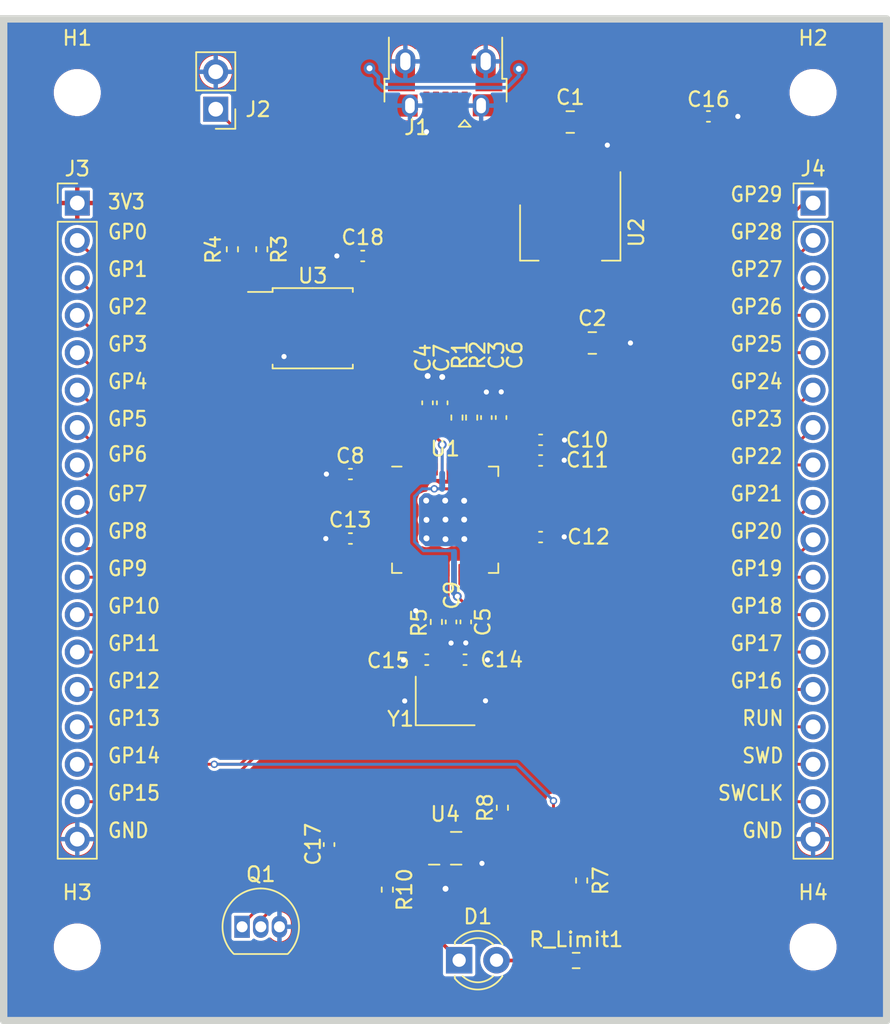
<source format=kicad_pcb>
(kicad_pcb (version 20240108) (generator "pcbnew") (generator_version "8.0")
  (layers (0 "F.Cu" signal) (31 "B.Cu" signal) (34 "B.Paste" user) (35 "F.Paste" user) (36 "B.SilkS" user "B.Silkscreen") (37 "F.SilkS" user "F.Silkscreen") (38 "B.Mask" user) (39 "F.Mask" user) (44 "Edge.Cuts" user))
  (net 0 "")
  (net 1 "VBUS")
  (net 2 "GND")
  (net 3 "+3V3")
  (net 4 "+1V1")
  (net 5 "Net-(C14-Pad1)")
  (net 6 "/XIN")
  (net 7 "/USB_D-")
  (net 8 "/USB_D+")
  (net 10 "Net-(J2-Pin_1)")
  (net 11 "/GPIO0")
  (net 12 "/GPIO1")
  (net 13 "/GPIO2")
  (net 14 "/GPIO3")
  (net 15 "/GPIO4")
  (net 16 "/GPIO5")
  (net 17 "/GPIO6")
  (net 18 "/GPIO7")
  (net 19 "/GPIO8")
  (net 20 "/GPIO9")
  (net 21 "/GPIO10")
  (net 22 "/GPIO11")
  (net 23 "/GPIO12")
  (net 24 "/GPIO13")
  (net 25 "/GPIO14")
  (net 26 "/GPIO15")
  (net 27 "/GPIO_ADC3")
  (net 28 "/GPIO_ADC2")
  (net 29 "/GPIO_ADC1")
  (net 30 "/GPIO_ADC0")
  (net 31 "/GPIO25")
  (net 32 "/GPIO24")
  (net 33 "/GPIO23")
  (net 34 "/GPIO22")
  (net 35 "/GPIO21")
  (net 36 "/GPIO20")
  (net 37 "/GPIO19")
  (net 38 "/GPIO18")
  (net 39 "/GPIO17")
  (net 40 "/GPIO16")
  (net 41 "/RUN")
  (net 42 "/SWD")
  (net 43 "/SWCLK")
  (net 44 "Net-(U1-USB_DP)")
  (net 45 "Net-(U1-USB_DM)")
  (net 46 "/QSPI_SS")
  (net 47 "/XOUT")
  (net 48 "/QSPI_SD3")
  (net 49 "/QSPI_SCLK")
  (net 50 "/QSPI_SD0")
  (net 51 "/QSPI_SD2")
  (net 52 "/QSPI_SD1")
  (net 53 "Net-(Q1-E)")
  (net 54 "Net-(Q1-B)")
  (net 55 "/LED_ALERT")
  (net 57 "Net-(D1-A)")
  (footprint "Capacitor_SMD:C_0402_1005Metric" (layer "F.Cu") (at 107.89 66.62)
    (property "Reference" "C16")
    (property "Value" "10u")
  )
  (footprint "Resistor_SMD:R_0402_1005Metric" (layer "F.Cu") (at 99.275 118.49 -90)
    (property "Reference" "R7")
    (property "Value" "10k")
  )
  (footprint "Capacitor_SMD:C_0402_1005Metric" (layer "F.Cu") (at 82.1125 116.05 -90)
    (property "Reference" "C17")
    (property "Value" "100p")
  )
  (footprint "Resistor_SMD:R_0402_1005Metric" (layer "F.Cu") (at 89.4 100.9375 -90)
    (property "Reference" "R5")
    (property "Value" "1k")
  )
  (footprint "Resistor_SMD:R_0402_1005Metric" (layer "F.Cu") (at 75.54 75.64 -90)
    (property "Reference" "R4")
    (property "Value" "1k")
  )
  (footprint "Capacitor_SMD:C_0402_1005Metric" (layer "F.Cu") (at 83.5625 90.9 180)
    (property "Reference" "C8")
    (property "Value" "100n")
  )
  (footprint "Capacitor_SMD:C_0402_1005Metric" (layer "F.Cu") (at 92.8 87.0625 90)
    (property "Reference" "C3")
    (property "Value" "1u")
  )
  (footprint "Capacitor_SMD:C_0805_2012Metric" (layer "F.Cu") (at 100 82)
    (property "Reference" "C2")
    (property "Value" "10u")
  )
  (footprint "MountingHole:MountingHole_2.7mm_M2.5" (layer "F.Cu") (at 65 123)
    (property "Reference" "H3")
    (property "Value" "MountingHole")
  )
  (footprint "Capacitor_SMD:C_0402_1005Metric" (layer "F.Cu") (at 88.75 103.5 180)
    (property "Reference" "C15")
    (property "Value" "15p")
  )
  (footprint "Capacitor_SMD:C_0402_1005Metric" (layer "F.Cu") (at 96.485 88.575)
    (property "Reference" "C10")
    (property "Value" "100n")
  )
  (footprint "Capacitor_SMD:C_0402_1005Metric" (layer "F.Cu") (at 91.35 103.5)
    (property "Reference" "C14")
    (property "Value" "15p")
  )
  (footprint "Connector_PinHeader_2.54mm:PinHeader_1x18_P2.54mm_Vertical" (layer "F.Cu") (at 115 72.5)
    (property "Reference" "J4")
    (property "Value" "Conn_01x18")
  )
  (footprint "Resistor_SMD:R_0603_1608Metric" (layer "F.Cu") (at 98.9 123.92)
    (property "Reference" "R_Limit1")
    (property "Value" "470")
  )
  (footprint "Capacitor_SMD:C_0402_1005Metric" (layer "F.Cu") (at 91.4 100.9375 -90)
    (property "Reference" "C5")
    (property "Value" "100n")
  )
  (footprint "MountingHole:MountingHole_2.7mm_M2.5" (layer "F.Cu") (at 115 65)
    (property "Reference" "H2")
    (property "Value" "MountingHole")
  )
  (footprint "Connector_PinHeader_2.54mm:PinHeader_1x02_P2.54mm_Vertical" (layer "F.Cu") (at 74.41 66.13 180)
    (property "Reference" "J2")
    (property "Value" "Conn_01x02")
  )
  (footprint "Resistor_SMD:R_0402_1005Metric" (layer "F.Cu") (at 86.07 119.11 -90)
    (property "Reference" "R10")
    (property "Value" "10k")
  )
  (footprint "MountingHole:MountingHole_2.7mm_M2.5" (layer "F.Cu") (at 65 65)
    (property "Reference" "H1")
    (property "Value" "MountingHole")
  )
  (footprint "Capacitor_SMD:C_0402_1005Metric" (layer "F.Cu") (at 96.485 89.975)
    (property "Reference" "C11")
    (property "Value" "100n")
  )
  (footprint "Package_SO:SOIC-8_5.23x5.23mm_P1.27mm" (layer "F.Cu") (at 81 81)
    (property "Reference" "U3")
    (property "Value" "W25Q128JVS")
  )
  (footprint "MountingHole:MountingHole_2.7mm_M2.5" (layer "F.Cu") (at 115 123)
    (property "Reference" "H4")
    (property "Value" "MountingHole")
  )
  (footprint "Package_DFN_QFN:Texas_WQFN-10_2x2mm_P0.5mm" (layer "F.Cu") (at 90 116.3)
    (property "Reference" "U4")
    (property "Value" "TMP461xxRUN")
  )
  (footprint "Connector_PinHeader_2.54mm:PinHeader_1x18_P2.54mm_Vertical" (layer "F.Cu") (at 65 72.5)
    (property "Reference" "J3")
    (property "Value" "Conn_01x18")
  )
  (footprint "Connector_USB:USB_Micro-B_Amphenol_10103594-0001LF_Horizontal" (layer "F.Cu") (at 90 64 180)
    (property "Reference" "J1")
    (property "Value" "USB_B_Micro")
  )
  (footprint "LED_THT:LED_D3.0mm" (layer "F.Cu") (at 90.95 123.9)
    (property "Reference" "D1")
    (property "Value" "LED")
  )
  (footprint "Resistor_SMD:R_0402_1005Metric" (layer "F.Cu") (at 91.8 87.0625 -90)
    (property "Reference" "R2")
    (property "Value" "27R4")
  )
  (footprint "Capacitor_SMD:C_0402_1005Metric" (layer "F.Cu") (at 83.5625 95.275 180)
    (property "Reference" "C13")
    (property "Value" "100n")
  )
  (footprint "Resistor_SMD:R_0402_1005Metric" (layer "F.Cu") (at 90.8 87.0625 -90)
    (property "Reference" "R1")
    (property "Value" "27R4")
  )
  (footprint "Crystal:Crystal_SMD_3225-4Pin_3.2x2.5mm" (layer "F.Cu") (at 90 106.3)
    (property "Reference" "Y1")
    (property "Value" "ABM8-272-T3")
  )
  (footprint "Capacitor_SMD:C_0402_1005Metric" (layer "F.Cu") (at 90.4 100.9375 -90)
    (property "Reference" "C9")
    (property "Value" "100n")
  )
  (footprint "Capacitor_SMD:C_0402_1005Metric" (layer "F.Cu") (at 96.485 95.175)
    (property "Reference" "C12")
    (property "Value" "100n")
  )
  (footprint "Resistor_SMD:R_0402_1005Metric" (layer "F.Cu") (at 93.8875 113.55 90)
    (property "Reference" "R8")
    (property "Value" "10k")
  )
  (footprint "Capacitor_SMD:C_0805_2012Metric" (layer "F.Cu") (at 98.5 67)
    (property "Reference" "C1")
    (property "Value" "10u")
  )
  (footprint "Package_TO_SOT_SMD:SOT-223-3_TabPin2" (layer "F.Cu") (at 98.5 74.5 -90)
    (property "Reference" "U2")
    (property "Value" "NCP1117-3.3_SOT223")
  )
  (footprint "Capacitor_SMD:C_0402_1005Metric" (layer "F.Cu") (at 93.8 87.0625 90)
    (property "Reference" "C6")
    (property "Value" "1u")
  )
  (footprint "Package_TO_SOT_THT:TO-92_Inline" (layer "F.Cu") (at 76.2 121.63)
    (property "Reference" "Q1")
    (property "Value" "2N3906")
  )
  (footprint "Package_DFN_QFN:QFN-56-1EP_7x7mm_P0.4mm_EP3.2x3.2mm" (layer "F.Cu") (at 90 94)
    (property "Reference" "U1")
    (property "Value" "RP2040")
  )
  (footprint "Resistor_SMD:R_0402_1005Metric" (layer "F.Cu") (at 77.54 75.64 -90)
    (property "Reference" "R3")
    (property "Value" "DNF")
  )
  (footprint "Capacitor_SMD:C_0402_1005Metric" (layer "F.Cu") (at 89.8 86.0625 90)
    (property "Reference" "C7")
    (property "Value" "100n")
  )
  (footprint "Capacitor_SMD:C_0402_1005Metric" (layer "F.Cu") (at 88.8 86.0625 90)
    (property "Reference" "C4")
    (property "Value" "100n")
  )
  (footprint "Capacitor_SMD:C_0402_1005Metric" (layer "F.Cu") (at 84.4 76.095 180)
    (property "Reference" "C18")
    (property "Value" "100n")
  )
  (gr_rect (start 60 60) (end 120 128) (stroke (width 0.5)) (fill none) (layer "Edge.Cuts"))
  (gr_text "GP11\n" (at 67 102.98 0) (layer "F.SilkS") (effects (font (size 1 0.9) (thickness 0.15) (bold yes)) (justify left bottom)))
  (gr_text "GP23" (at 109.3 87.74 0) (layer "F.SilkS") (effects (font (size 1 0.9) (thickness 0.15) (bold yes)) (justify left bottom)))
  (gr_text "GP16\n" (at 109.3 105.52 0) (layer "F.SilkS") (effects (font (size 1 0.9) (thickness 0.15) (bold yes)) (justify left bottom)))
  (gr_text "GP4\n" (at 67 85.2 0) (layer "F.SilkS") (effects (font (size 1 0.9) (thickness 0.15) (bold yes)) (justify left bottom)))
  (gr_text "GP20\n" (at 109.3 95.36 0) (layer "F.SilkS") (effects (font (size 1 0.9) (thickness 0.15) (bold yes)) (justify left bottom)))
  (gr_text "GP12\n" (at 67 105.52 0) (layer "F.SilkS") (effects (font (size 1 0.9) (thickness 0.15) (bold yes)) (justify left bottom)))
  (gr_text "GP14\n" (at 67 110.6 0) (layer "F.SilkS") (effects (font (size 1 0.9) (thickness 0.15) (bold yes)) (justify left bottom)))
  (gr_text "GP25" (at 109.3 82.66 0) (layer "F.SilkS") (effects (font (size 1 0.9) (thickness 0.15) (bold yes)) (justify left bottom)))
  (gr_text "GP18\n" (at 109.3 100.44 0) (layer "F.SilkS") (effects (font (size 1 0.9) (thickness 0.15) (bold yes)) (justify left bottom)))
  (gr_text "GP7\n" (at 67 92.82 0) (layer "F.SilkS") (effects (font (size 1 0.9) (thickness 0.15) (bold yes)) (justify left bottom)))
  (gr_text "GP1\n" (at 67 77.58 0) (layer "F.SilkS") (effects (font (size 1 0.9) (thickness 0.15) (bold yes)) (justify left bottom)))
  (gr_text "GP26" (at 109.3 80.12 0) (layer "F.SilkS") (effects (font (size 1 0.9) (thickness 0.15) (bold yes)) (justify left bottom)))
  (gr_text "GND" (at 110.1 115.68 0) (layer "F.SilkS") (effects (font (size 1 0.9) (thickness 0.15) (bold yes)) (justify left bottom)))
  (gr_text "GP2\n" (at 67 80.12 0) (layer "F.SilkS") (effects (font (size 1 0.9) (thickness 0.15) (bold yes)) (justify left bottom)))
  (gr_text "GP3\n" (at 67 82.66 0) (layer "F.SilkS") (effects (font (size 1 0.9) (thickness 0.15) (bold yes)) (justify left bottom)))
  (gr_text "GP29" (at 109.3 72.5 0) (layer "F.SilkS") (effects (font (size 1 0.9) (thickness 0.15) (bold yes)) (justify left bottom)))
  (gr_text "GP21\n" (at 109.3 92.82 0) (layer "F.SilkS") (effects (font (size 1 0.9) (thickness 0.15) (bold yes)) (justify left bottom)))
  (gr_text "GP6\n\n" (at 67 91.74 0) (layer "F.SilkS") (effects (font (size 1 0.9) (thickness 0.15) (bold yes)) (justify left bottom)))
  (gr_text "GP17\n" (at 109.3 102.98 0) (layer "F.SilkS") (effects (font (size 1 0.9) (thickness 0.15) (bold yes)) (justify left bottom)))
  (gr_text "3V3\n" (at 67 73 0) (layer "F.SilkS") (effects (font (size 1 0.9) (thickness 0.15) (bold yes)) (justify left bottom)))
  (gr_text "RUN" (at 110.1 108.06 0) (layer "F.SilkS") (effects (font (size 1 0.9) (thickness 0.15) (bold yes)) (justify left bottom)))
  (gr_text "GP15\n" (at 67 113.14 0) (layer "F.SilkS") (effects (font (size 1 0.9) (thickness 0.15) (bold yes)) (justify left bottom)))
  (gr_text "GP27" (at 109.3 77.58 0) (layer "F.SilkS") (effects (font (size 1 0.9) (thickness 0.15) (bold yes)) (justify left bottom)))
  (gr_text "GP19\n" (at 109.3 97.9 0) (layer "F.SilkS") (effects (font (size 1 0.9) (thickness 0.15) (bold yes)) (justify left bottom)))
  (gr_text "SWD" (at 110.1 110.6 0) (layer "F.SilkS") (effects (font (size 1 0.9) (thickness 0.15) (bold yes)) (justify left bottom)))
  (gr_text "GP13\n" (at 67 108.06 0) (layer "F.SilkS") (effects (font (size 1 0.9) (thickness 0.15) (bold yes)) (justify left bottom)))
  (gr_text "GP28" (at 109.3 75.04 0) (layer "F.SilkS") (effects (font (size 1 0.9) (thickness 0.15) (bold yes)) (justify left bottom)))
  (gr_text "GND" (at 67 115.68 0) (layer "F.SilkS") (effects (font (size 1 0.9) (thickness 0.15) (bold yes)) (justify left bottom)))
  (gr_text "GP22\n" (at 109.3 90.28 0) (layer "F.SilkS") (effects (font (size 1 0.9) (thickness 0.15) (bold yes)) (justify left bottom)))
  (gr_text "GP10\n" (at 67 100.44 0) (layer "F.SilkS") (effects (font (size 1 0.9) (thickness 0.15) (bold yes)) (justify left bottom)))
  (gr_text "GP5\n" (at 67 87.74 0) (layer "F.SilkS") (effects (font (size 1 0.9) (thickness 0.15) (bold yes)) (justify left bottom)))
  (gr_text "GP8\n" (at 67 95.36 0) (layer "F.SilkS") (effects (font (size 1 0.9) (thickness 0.15) (bold yes)) (justify left bottom)))
  (gr_text "GP9\n" (at 67 97.9 0) (layer "F.SilkS") (effects (font (size 1 0.9) (thickness 0.15) (bold yes)) (justify left bottom)))
  (gr_text "SWCLK" (at 108.45 113.14 0) (layer "F.SilkS") (effects (font (size 1 0.9) (thickness 0.15) (bold yes)) (justify left bottom)))
  (gr_text "GP24" (at 109.3 85.2 0) (layer "F.SilkS") (effects (font (size 1 0.9) (thickness 0.15) (bold yes)) (justify left bottom)))
  (gr_text "GP0\n" (at 67 75.04 0) (layer "F.SilkS") (effects (font (size 1 0.9) (thickness 0.15) (bold yes)) (justify left bottom)))
  (segment (start 91.325 66.59) (end 92.21 67.475) (width 0.25) (layer "F.Cu") (net 1))
  (segment (start 92.21 67.475) (end 92.21 67.62) (width 0.25) (layer "F.Cu") (net 1))
  (segment (start 91.325 65.765) (end 91.325 66.59) (width 0.25) (layer "F.Cu") (net 1))
  (segment (start 90.8875 117.05) (end 92.225 117.05) (width 0.2) (layer "F.Cu") (net 2))
  (segment (start 87.2 103.5) (end 87.17 103.53) (width 0.2) (layer "F.Cu") (net 2))
  (segment (start 79.035 82.905) (end 79.05 82.92) (width 0.2) (layer "F.Cu") (net 2))
  (segment (start 89.8 85.5825) (end 89.8 84.31) (width 0.25) (layer "F.Cu") (net 2))
  (segment (start 90 117.1875) (end 90 119.025) (width 0.25) (layer "F.Cu") (net 2))
  (segment (start 83.0825 95.275) (end 81.895 95.275) (width 0.2) (layer "F.Cu") (net 2))
  (segment (start 100.8 71.35) (end 100.8 68.79) (width 0.2) (layer "F.Cu") (net 2))
  (segment (start 89 98.612344) (end 88 99.612344) (width 0.2) (layer "F.Cu") (net 2))
  (segment (start 89 97.4375) (end 89 98.612344) (width 0.2) (layer "F.Cu") (net 2))
  (segment (start 83.0825 90.9) (end 81.93 90.9) (width 0.2) (layer "F.Cu") (net 2))
  (segment (start 90.985 62.615) (end 92.485 62.615) (width 0.25) (layer "F.Cu") (net 2))
  (segment (start 92.225 117.05) (end 92.5 117.325) (width 0.2) (layer "F.Cu") (net 2))
  (segment (start 108.37 66.62) (end 109.89 66.62) (width 0.25) (layer "F.Cu") (net 2))
  (segment (start 82.645 76.095) (end 82.64 76.09) (width 0.2) (layer "F.Cu") (net 2))
  (segment (start 92.485 62.615) (end 92.755 62.885) (width 0.25) (layer "F.Cu") (net 2))
  (segment (start 88.725 67.655) (end 88.73 67.66) (width 0.25) (layer "F.Cu") (net 2))
  (segment (start 91.83 103.5) (end 92.86 103.5) (width 0.2) (layer "F.Cu") (net 2))
  (segment (start 88.8 84.25) (end 88.81 84.24) (width 0.25) (layer "F.Cu") (net 2))
  (segment (start 93.8 85.33) (end 93.81 85.32) (width 0.25) (layer "F.Cu") (net 2))
  (segment (start 90 119.025) (end 90.025 119.05) (width 0.25) (layer "F.Cu") (net 2))
  (segment (start 88.8 85.5825) (end 88.8 84.25) (width 0.25) (layer "F.Cu") (net 2))
  (segment (start 100.95 82) (end 102.59 82) (width 0.25) (layer "F.Cu") (net 2))
  (segment (start 93.8 86.5825) (end 93.8 85.33) (width 0.25) (layer "F.Cu") (net 2))
  (segment (start 88.795 62.885) (end 89.065 62.615) (width 0.25) (layer "F.Cu") (net 2))
  (segment (start 91.4 101.4175) (end 91.4 102.36) (width 0.2) (layer "F.Cu") (net 2))
  (segment (start 92.86 103.5) (end 92.87 103.51) (width 0.2) (layer "F.Cu") (net 2))
  (segment (start 88.27 103.5) (end 87.2 103.5) (width 0.2) (layer "F.Cu") (net 2))
  (segment (start 98.075 89.975) (end 98.09 89.96) (width 0.2) (layer "F.Cu") (net 2))
  (segment (start 96.965 89.975) (end 98.075 89.975) (width 0.2) (layer "F.Cu") (net 2))
  (segment (start 100.8 68.79) (end 101.02 68.57) (width 0.2) (layer "F.Cu") (net 2))
  (segment (start 96.965 88.575) (end 98.095 88.575) (width 0.2) (layer "F.Cu") (net 2))
  (segment (start 77.4 82.905) (end 79.035 82.905) (width 0.2) (layer "F.Cu") (net 2))
  (segment (start 88.725 65.765) (end 88.725 67.655) (width 0.25) (layer "F.Cu") (net 2))
  (segment (start 98.075 95.175) (end 98.09 95.16) (width 0.2) (layer "F.Cu") (net 2))
  (segment (start 96.965 95.175) (end 98.075 95.175) (width 0.2) (layer "F.Cu") (net 2))
  (segment (start 90.4 101.4175) (end 90.4 102.37) (width 0.2) (layer "F.Cu") (net 2))
  (segment (start 92.8 86.5825) (end 92.8 85.33) (width 0.2) (layer "F.Cu") (net 2))
  (segment (start 98.095 88.575) (end 98.11 88.59) (width 0.2) (layer "F.Cu") (net 2))
  (segment (start 81.895 95.275) (end 81.89 95.28) (width 0.2) (layer "F.Cu") (net 2))
  (segment (start 87.295 62.885) (end 88.795 62.885) (width 0.25) (layer "F.Cu") (net 2))
  (segment (start 99.45 67) (end 101.02 68.57) (width 0.2) (layer "F.Cu") (net 2))
  (segment (start 88 99.612344) (end 88 100.175) (width 0.2) (layer "F.Cu") (net 2))
  (segment (start 83.92 76.095) (end 82.645 76.095) (width 0.2) (layer "F.Cu") (net 2))
  (via (at 91.4 102.36) (size 0.6) (drill 0.35) (layers "F.Cu" "B.Cu") (net 2))
  (via (at 98.09 89.96) (size 0.6) (drill 0.35) (layers "F.Cu" "B.Cu") (net 2))
  (via (at 90 92.7) (size 0.8) (drill 0.4) (layers "F.Cu" "B.Cu") (net 2))
  (via (at 91.29 93.99) (size 0.8) (drill 0.4) (layers "F.Cu" "B.Cu") (net 2))
  (via (at 102.59 82) (size 0.6) (drill 0.35) (layers "F.Cu" "B.Cu") (net 2))
  (via (at 88.73 94.01) (size 0.8) (drill 0.4) (layers "F.Cu" "B.Cu") (net 2))
  (via (at 88.73 67.66) (size 0.6) (drill 0.35) (layers "F.Cu" "B.Cu") (net 2))
  (via (at 82.64 76.09) (size 0.6) (drill 0.35) (layers "F.Cu" "B.Cu") (net 2))
  (via (at 88 100.175) (size 0.6) (drill 0.35) (layers "F.Cu" "B.Cu") (net 2))
  (via (at 88.71 92.7) (size 0.8) (drill 0.4) (layers "F.Cu" "B.Cu") (net 2))
  (via (at 98.09 95.16) (size 0.6) (drill 0.35) (layers "F.Cu" "B.Cu") (net 2))
  (via (at 79.05 82.92) (size 0.6) (drill 0.35) (layers "F.Cu" "B.Cu") (net 2))
  (via (at 88.81 84.24) (size 0.8) (drill 0.4) (layers "F.Cu" "B.Cu") (net 2))
  (via (at 88.73 95.26) (size 0.8) (drill 0.4) (layers "F.Cu" "B.Cu") (net 2))
  (via (at 92.74 106.29) (size 0.6) (drill 0.35) (layers "F.Cu" "B.Cu") (net 2))
  (via (at 90.4 102.37) (size 0.6) (drill 0.35) (layers "F.Cu" "B.Cu") (net 2))
  (via (at 81.89 95.28) (size 0.6) (drill 0.35) (layers "F.Cu" "B.Cu") (net 2))
  (via (at 92.5 117.325) (size 0.6) (drill 0.35) (layers "F.Cu" "B.Cu") (net 2))
  (via (at 93.81 85.32) (size 0.6) (drill 0.35) (layers "F.Cu" "B.Cu") (net 2))
  (via (at 92.8 85.33) (size 0.6) (drill 0.35) (layers "F.Cu" "B.Cu") (net 2))
  (via (at 87.17 103.53) (size 0.6) (drill 0.35) (layers "F.Cu" "B.Cu") (net 2))
  (via (at 92.87 103.51) (size 0.6) (drill 0.35) (layers "F.Cu" "B.Cu") (net 2))
  (via (at 89.8 84.31) (size 0.8) (drill 0.4) (layers "F.Cu" "B.Cu") (net 2))
  (via (at 91.29 92.71) (size 0.8) (drill 0.4) (layers "F.Cu" "B.Cu") (net 2))
  (via (at 98.11 88.59) (size 0.6) (drill 0.35) (layers "F.Cu" "B.Cu") (net 2))
  (via (at 90.02 93.99) (size 0.8) (drill 0.4) (layers "F.Cu" "B.Cu") (net 2))
  (via (at 90.025 119.05) (size 0.8) (drill 0.4) (layers "F.Cu" "B.Cu") (net 2))
  (via (at 87.25 106.3) (size 0.6) (drill 0.35) (layers "F.Cu" "B.Cu") (net 2))
  (via (at 109.89 66.62) (size 0.6) (drill 0.35) (layers "F.Cu" "B.Cu") (net 2))
  (via (at 101.02 68.57) (size 0.6) (drill 0.35) (layers "F.Cu" "B.Cu") (net 2))
  (via (at 81.93 90.9) (size 0.6) (drill 0.35) (layers "F.Cu" "B.Cu") (net 2))
  (via (at 88.73 95.26) (size 0.8) (drill 0.4) (layers "F.Cu" "B.Cu") (net 2))
  (via (at 91.3 95.31) (size 0.8) (drill 0.4) (layers "F.Cu" "B.Cu") (net 2))
  (via (at 90.02 95.32) (size 0.8) (drill 0.4) (layers "F.Cu" "B.Cu") (net 2))
  (segment (start 90.6 89.24) (end 90.6 89.46) (width 0.2) (layer "F.Cu") (net 3))
  (segment (start 92.2 90.5625) (end 92.2 89.76) (width 0.2) (layer "F.Cu") (net 3))
  (segment (start 96.005 95.175) (end 95.83 95) (width 0.2) (layer "F.Cu") (net 3))
  (segment (start 86.5625 95) (end 87.26 95) (width 0.2) (layer "F.Cu") (net 3))
  (segment (start 94.25 91.4) (end 94.48 91.17) (width 0.2) (layer "F.Cu") (net 3))
  (segment (start 93.4375 91.4) (end 94.25 91.4) (width 0.2) (layer "F.Cu") (net 3))
  (segment (start 90.6 89.46) (end 90.2 89.86) (width 0.2) (layer "F.Cu") (net 3))
  (segment (start 92.2 89.76) (end 93.48 88.48) (width 0.2) (layer "F.Cu") (net 3))
  (segment (start 85.57 91.4) (end 87.4 91.4) (width 0.2) (layer "F.Cu") (net 3))
  (segment (start 99.05 78.2) (end 98.5 77.65) (width 0.25) (layer "F.Cu") (net 3))
  (segment (start 84.88 78.815) (end 84.6 79.095) (width 0.2) (layer "F.Cu") (net 3))
  (segment (start 90.2 96.81) (end 90.38 96.63) (width 0.2) (layer "F.Cu") (net 3))
  (segment (start 86.5625 91.4) (end 85.57 91.4) (width 0.2) (layer "F.Cu") (net 3))
  (segment (start 90.5 89.03) (end 90.6 89.13) (width 0.2) (layer "F.Cu") (net 3))
  (segment (start 99.05 82) (end 99.05 78.2) (width 0.25) (layer "F.Cu") (net 3))
  (segment (start 84.97 95) (end 84.64 95.33) (width 0.2) (layer "F.Cu") (net 3))
  (segment (start 84.88 76.095) (end 84.88 78.815) (width 0.2) (layer "F.Cu") (net 3))
  (segment (start 86.5625 95) (end 84.97 95) (width 0.2) (layer "F.Cu") (net 3))
  (segment (start 93.4375 95) (end 92.63 95) (width 0.2) (layer "F.Cu") (net 3))
  (segment (start 89.8 86.5425) (end 89.8 87.83) (width 0.2) (layer "F.Cu") (net 3))
  (segment (start 90 114.1) (end 90.01 114.09) (width 0.25) (layer "F.Cu") (net 3))
  (segment (start 92.86 91.4) (end 93.4375 91.4) (width 0.2) (layer "F.Cu") (net 3))
  (segment (start 89.1125 115.55) (end 87.82 115.55) (width 0.25) (layer "F.Cu") (net 3))
  (segment (start 89.8 87.83) (end 90.5 88.53) (width 0.2) (layer "F.Cu") (net 3))
  (segment (start 90.2 97.4375) (end 90.2 96.81) (width 0.2) (layer "F.Cu") (net 3))
  (segment (start 90.2 90.5625) (end 90.2 89.86) (width 0.2) (layer "F.Cu") (net 3))
  (segment (start 90.4 100.4575) (end 90.2 100.2575) (width 0.2) (layer "F.Cu") (net 3))
  (segment (start 90 114.875) (end 90 114.1) (width 0.25) (layer "F.Cu") (net 3))
  (segment (start 95.83 95) (end 93.4375 95) (width 0.2) (layer "F.Cu") (net 3))
  (segment (start 84.64 95.33) (end 84.585 95.275) (width 0.2) (layer "F.Cu") (net 3))
  (segment (start 90.6 89.13) (end 90.6 89.24) (width 0.2) (layer "F.Cu") (net 3))
  (segment (start 90.5 88.53) (end 90.5 89.03) (width 0.2) (layer "F.Cu") (net 3))
  (segment (start 90.2 90.5625) (end 90.2 91.39) (width 0.2) (layer "F.Cu") (net 3))
  (segment (start 84.585 95.275) (end 84.0425 95.275) (width 0.2) (layer "F.Cu") (net 3))
  (segment (start 90 115.4125) (end 90 114.875) (width 0.2) (layer "F.Cu") (net 3))
  (segment (start 90.6 89.46) (end 90.6 90.5625) (width 0.2) (layer "F.Cu") (net 3))
  (segment (start 90.2 100.2575) (end 90.2 97.4375) (width 0.2) (layer "F.Cu") (net 3))
  (via (at 95.01 63.39) (size 0.8) (drill 0.4) (layers "F.Cu" "B.Cu") (net 3))
  (via (at 84.86 63.35) (size 0.8) (drill 0.4) (layers "F.Cu" "B.Cu") (net 3))
  (segment (start 85.46 63.95) (end 84.86 63.35) (width 0.25) (layer "B.Cu") (net 3))
  (segment (start 85.78 64.67) (end 85.46 64.35) (width 0.25) (layer "B.Cu") (net 3))
  (segment (start 95.01 63.39) (end 95.01 63.88) (width 0.25) (layer "B.Cu") (net 3))
  (segment (start 95.01 63.88) (end 94.22 64.67) (width 0.25) (layer "B.Cu") (net 3))
  (segment (start 94.22 64.67) (end 85.78 64.67) (width 0.25) (layer "B.Cu") (net 3))
  (segment (start 85.46 64.35) (end 85.46 63.95) (width 0.25) (layer "B.Cu") (net 3))
  (segment (start 89.8 88.9) (end 89.8 90.5625) (width 0.2) (layer "F.Cu") (net 4))
  (segment (start 88.8 86.5425) (end 88.8 87.82) (width 0.2) (layer "F.Cu") (net 4))
  (segment (start 92.8 87.5425) (end 91.8 88.5425) (width 0.2) (layer "F.Cu") (net 4))
  (segment (start 91.8 91.25) (end 91.15 91.9) (width 0.2) (layer "F.Cu") (net 4))
  (segment (start 90.6 98.975) (end 90.6 97.4375) (width 0.2) (layer "F.Cu") (net 4))
  (segment (start 91.4 99.775) (end 91.4 100.4575) (width 0.2) (layer "F.Cu") (net 4))
  (segment (start 91.8 90.5625) (end 91.8 91.25) (width 0.2) (layer "F.Cu") (net 4))
  (segment (start 89.8 88.82) (end 89.8 88.9) (width 0.2) (layer "F.Cu") (net 4))
  (segment (start 90.825 99.2) (end 90.6 98.975) (width 0.2) (layer "F.Cu") (net 4))
  (segment (start 90.825 99.2) (end 91.4 99.775) (width 0.2) (layer "F.Cu") (net 4))
  (segment (start 88.8 87.82) (end 89.8 88.82) (width 0.2) (layer "F.Cu") (net 4))
  (segment (start 91.15 91.9) (end 89.26 91.9) (width 0.2) (layer "F.Cu") (net 4))
  (segment (start 91.8 88.5425) (end 91.8 90.5625) (width 0.2) (layer "F.Cu") (net 4))
  (via (at 89.8 88.9) (size 0.6) (drill 0.35) (layers "F.Cu" "B.Cu") (net 4))
  (via (at 89.26 91.9) (size 0.5) (drill 0.3) (layers "F.Cu" "B.Cu") (net 4))
  (via (at 90.825 99.2) (size 0.6) (drill 0.35) (layers "F.Cu" "B.Cu") (net 4))
  (segment (start 90.6 96.1795) (end 90.6 98.975) (width 0.4) (layer "B.Cu") (net 4))
  (segment (start 89.8 90.85) (end 89.8 88.9) (width 0.2) (layer "B.Cu") (net 4))
  (segment (start 87.92 92.42) (end 87.92 95.49) (width 0.2) (layer "B.Cu") (net 4))
  (segment (start 90.68 96.0995) (end 90.6 96.1795) (width 0.2) (layer "B.Cu") (net 4))
  (segment (start 88.5295 96.0995) (end 90.68 96.0995) (width 0.2) (layer "B.Cu") (net 4))
  (segment (start 90.6 98.975) (end 90.825 99.2) (width 0.2) (layer "B.Cu") (net 4))
  (segment (start 89.8 91.9) (end 89.26 91.9) (width 0.2) (layer "B.Cu") (net 4))
  (segment (start 87.92 95.49) (end 88.5295 96.0995) (width 0.2) (layer "B.Cu") (net 4))
  (segment (start 89.26 91.9) (end 88.44 91.9) (width 0.2) (layer "B.Cu") (net 4))
  (segment (start 88.44 91.9) (end 87.92 92.42) (width 0.2) (layer "B.Cu") (net 4))
  (segment (start 89.8 91.9) (end 89.8 90.85) (width 0.4) (layer "B.Cu") (net 4))
  (segment (start 90.6744 103.5) (end 90.87 103.5) (width 0.2) (layer "F.Cu") (net 5))
  (segment (start 89.4 101.4475) (end 89.4 102.2256) (width 0.2) (layer "F.Cu") (net 5))
  (segment (start 90.87 103.5) (end 90.87 105.22) (width 0.2) (layer "F.Cu") (net 5))
  (segment (start 90.87 105.22) (end 91.1 105.45) (width 0.2) (layer "F.Cu") (net 5))
  (segment (start 89.4 102.2256) (end 90.6744 103.5) (width 0.2) (layer "F.Cu") (net 5))
  (segment (start 90.02 104.29) (end 90.02 106.73) (width 0.2) (layer "F.Cu") (net 6))
  (segment (start 88.62 99.555) (end 88.62 102.05) (width 0.2) (layer "F.Cu") (net 6))
  (segment (start 89.063 99.104552) (end 89.063 99.112) (width 0.2) (layer "F.Cu") (net 6))
  (segment (start 89.4 97.4375) (end 89.4 98.767552) (width 0.2) (layer "F.Cu") (net 6))
  (segment (start 90.02 106.73) (end 89.6 107.15) (width 0.2) (layer "F.Cu") (net 6))
  (segment (start 89.23 102.66) (end 89.23 103.5) (width 0.2) (layer "F.Cu") (net 6))
  (segment (start 89.23 103.5) (end 90.02 104.29) (width 0.2) (layer "F.Cu") (net 6))
  (segment (start 89.6 107.15) (end 88.9 107.15) (width 0.2) (layer "F.Cu") (net 6))
  (segment (start 89.063 99.112) (end 88.62 99.555) (width 0.2) (layer "F.Cu") (net 6))
  (segment (start 88.62 102.05) (end 89.23 102.66) (width 0.2) (layer "F.Cu") (net 6))
  (segment (start 89.4 98.767552) (end 89.063 99.104552) (width 0.2) (layer "F.Cu") (net 6))
  (segment (start 90.952 67.542) (end 90.675 67.265) (width 0.2) (layer "F.Cu") (net 7))
  (segment (start 91.8 77.14) (end 90.952 76.292) (width 0.8) (layer "F.Cu") (net 7))
  (segment (start 90.952 76.292) (end 90.952 67.542) (width 0.8) (layer "F.Cu") (net 7))
  (segment (start 90.952 67.542) (end 90.95 67.54) (width 0.8) (layer "F.Cu") (net 7))
  (segment (start 91.8 86.5525) (end 91.8 77.14) (width 0.8) (layer "F.Cu") (net 7))
  (segment (start 90.675 67.265) (end 90.675 65.765) (width 0.2) (layer "F.Cu") (net 7))
  (segment (start 90.02 67.62) (end 90.02 77.27) (width 0.8) (layer "F.Cu") (net 8))
  (segment (start 90.025 65.765) (end 90.025 67.345) (width 0.2) (layer "F.Cu") (net 8))
  (segment (start 90.025 67.345) (end 90.02 67.35) (width 0.2) (layer "F.Cu") (net 8))
  (segment (start 90.02 67.35) (end 90.02 67.62) (width 0.2) (layer "F.Cu") (net 8))
  (segment (start 90.8 78.05) (end 90.8 86.5525) (width 0.8) (layer "F.Cu") (net 8))
  (segment (start 90.02 77.27) (end 90.8 78.05) (width 0.8) (layer "F.Cu") (net 8))
  (segment (start 75.54 67.26) (end 74.41 66.13) (width 0.2) (layer "F.Cu") (net 10))
  (segment (start 75.54 75.13) (end 75.54 67.26) (width 0.2) (layer "F.Cu") (net 10))
  (segment (start 86.5625 91.8) (end 79.997552 91.8) (width 0.2) (layer "F.Cu") (net 11))
  (segment (start 72.39 84.192448) (end 72.39 82.43) (width 0.2) (layer "F.Cu") (net 11))
  (segment (start 79.997552 91.8) (end 72.39 84.192448) (width 0.2) (layer "F.Cu") (net 11))
  (segment (start 72.39 82.43) (end 65 75.04) (width 0.2) (layer "F.Cu") (net 11))
  (segment (start 79.62 92.2) (end 65 77.58) (width 0.2) (layer "F.Cu") (net 12))
  (segment (start 86.5625 92.2) (end 79.62 92.2) (width 0.2) (layer "F.Cu") (net 12))
  (segment (start 77.48 92.6) (end 65 80.12) (width 0.2) (layer "F.Cu") (net 13))
  (segment (start 86.5625 92.6) (end 77.48 92.6) (width 0.2) (layer "F.Cu") (net 13))
  (segment (start 86.5625 93) (end 75.34 93) (width 0.2) (layer "F.Cu") (net 14))
  (segment (start 75.34 93) (end 65 82.66) (width 0.2) (layer "F.Cu") (net 14))
  (segment (start 86.5625 93.4) (end 73.2 93.4) (width 0.2) (layer "F.Cu") (net 15))
  (segment (start 73.2 93.4) (end 65 85.2) (width 0.2) (layer "F.Cu") (net 15))
  (segment (start 86.5625 93.8) (end 71.06 93.8) (width 0.2) (layer "F.Cu") (net 16))
  (segment (start 71.06 93.8) (end 65 87.74) (width 0.2) (layer "F.Cu") (net 16))
  (segment (start 68.92 94.2) (end 65 90.28) (width 0.2) (layer "F.Cu") (net 17))
  (segment (start 86.5625 94.2) (end 68.92 94.2) (width 0.2) (layer "F.Cu") (net 17))
  (segment (start 66.78 94.6) (end 65 92.82) (width 0.2) (layer "F.Cu") (net 18))
  (segment (start 86.5625 94.6) (end 66.78 94.6) (width 0.2) (layer "F.Cu") (net 18))
  (segment (start 65.598568 95.958568) (end 65 95.36) (width 0.2) (layer "F.Cu") (net 19))
  (segment (start 85.55 95.4) (end 84.991432 95.958568) (width 0.2) (layer "F.Cu") (net 19))
  (segment (start 86.5625 95.4) (end 85.55 95.4) (width 0.2) (layer "F.Cu") (net 19))
  (segment (start 84.991432 95.958568) (end 65.598568 95.958568) (width 0.2) (layer "F.Cu") (net 19))
  (segment (start 83.512448 97.9) (end 65 97.9) (width 0.2) (layer "F.Cu") (net 20))
  (segment (start 86.5625 95.8) (end 85.612448 95.8) (width 0.2) (layer "F.Cu") (net 20))
  (segment (start 85.612448 95.8) (end 83.512448 97.9) (width 0.2) (layer "F.Cu") (net 20))
  (segment (start 86.5625 96.2) (end 85.674896 96.2) (width 0.2) (layer "F.Cu") (net 21))
  (segment (start 85.674896 96.2) (end 81.434896 100.44) (width 0.2) (layer "F.Cu") (net 21))
  (segment (start 81.434896 100.44) (end 65 100.44) (width 0.2) (layer "F.Cu") (net 21))
  (segment (start 86.175 96.6) (end 79.795 102.98) (width 0.2) (layer "F.Cu") (net 22))
  (segment (start 86.5625 96.6) (end 86.175 96.6) (width 0.2) (layer "F.Cu") (net 22))
  (segment (start 79.795 102.98) (end 65 102.98) (width 0.2) (layer "F.Cu") (net 22))
  (segment (start 87.4 97.4375) (end 79.3175 105.52) (width 0.2) (layer "F.Cu") (net 23))
  (segment (start 79.3175 105.52) (end 65 105.52) (width 0.2) (layer "F.Cu") (net 23))
  (segment (start 87.8 98.325) (end 87.75 98.325) (width 0.2) (layer "F.Cu") (net 24))
  (segment (start 87.75 98.325) (end 78.015 108.06) (width 0.2) (layer "F.Cu") (net 24))
  (segment (start 78.015 108.06) (end 65 108.06) (width 0.2) (layer "F.Cu") (net 24))
  (segment (start 87.8 97.4375) (end 87.8 98.325) (width 0.2) (layer "F.Cu") (net 24))
  (segment (start 97.345 116.05) (end 99.275 117.98) (width 0.2) (layer "F.Cu") (net 25))
  (segment (start 97.36 113.08) (end 97.36 116.035) (width 0.2) (layer "F.Cu") (net 25))
  (segment (start 90.8875 116.05) (end 97.345 116.05) (width 0.2) (layer "F.Cu") (net 25))
  (segment (start 97.36 116.035) (end 97.345 116.05) (width 0.2) (layer "F.Cu") (net 25))
  (segment (start 88.2 98.487448) (end 76.087448 110.6) (width 0.2) (layer "F.Cu") (net 25))
  (segment (start 76.087448 110.6) (end 65 110.6) (width 0.2) (layer "F.Cu") (net 25))
  (segment (start 88.2 97.4375) (end 88.2 98.487448) (width 0.2) (layer "F.Cu") (net 25))
  (via (at 74.31 110.6) (size 0.5) (drill 0.3) (layers "F.Cu" "B.Cu") (net 25))
  (via (at 97.36 113.08) (size 0.5) (drill 0.3) (layers "F.Cu" "B.Cu") (net 25))
  (segment (start 94.88 110.6) (end 97.36 113.08) (width 0.2) (layer "B.Cu") (net 25))
  (segment (start 74.31 110.6) (end 94.88 110.6) (width 0.2) (layer "B.Cu") (net 25))
  (segment (start 93.12875 114.81875) (end 92.70875 114.81875) (width 0.2) (layer "F.Cu") (net 26))
  (segment (start 76.93 111.72) (end 76.189948 110.979948) (width 0.2) (layer "F.Cu") (net 26))
  (segment (start 92.70875 114.81875) (end 89.61 111.72) (width 0.2) (layer "F.Cu") (net 26))
  (segment (start 74.009896 113.14) (end 65 113.14) (width 0.2) (layer "F.Cu") (net 26))
  (segment (start 89.61 111.72) (end 76.93 111.72) (width 0.2) (layer "F.Cu") (net 26))
  (segment (start 88.6 98.549896) (end 76.189948 110.959948) (width 0.2) (layer "F.Cu") (net 26))
  (segment (start 92.3975 115.55) (end 93.12875 114.81875) (width 0.2) (layer "F.Cu") (net 26))
  (segment (start 76.189948 110.979948) (end 76.189948 110.959948) (width 0.2) (layer "F.Cu") (net 26))
  (segment (start 90.8875 115.55) (end 92.3975 115.55) (width 0.2) (layer "F.Cu") (net 26))
  (segment (start 76.189948 110.959948) (end 74.009896 113.14) (width 0.2) (layer "F.Cu") (net 26))
  (segment (start 88.6 97.4375) (end 88.6 98.549896) (width 0.2) (layer "F.Cu") (net 26))
  (segment (start 93.12875 114.81875) (end 93.8875 114.06) (width 0.2) (layer "F.Cu") (net 26))
  (segment (start 104.425 83.785) (end 108.33 79.88) (width 0.2) (layer "F.Cu") (net 27))
  (segment (start 114.36 72.5) (end 115 72.5) (width 0.2) (layer "F.Cu") (net 27))
  (segment (start 102.925 91.8) (end 104.425 90.3) (width 0.2) (layer "F.Cu") (net 27))
  (segment (start 108.33 79.88) (end 108.33 78.53) (width 0.2) (layer "F.Cu") (net 27))
  (segment (start 108.33 78.53) (end 114.36 72.5) (width 0.2) (layer "F.Cu") (net 27))
  (segment (start 93.4375 91.8) (end 102.925 91.8) (width 0.2) (layer "F.Cu") (net 27))
  (segment (start 104.425 90.3) (end 104.425 83.785) (width 0.2) (layer "F.Cu") (net 27))
  (segment (start 93.4375 92.2) (end 103.375 92.2) (width 0.2) (layer "F.Cu") (net 28))
  (segment (start 103.375 92.2) (end 104.925 90.65) (width 0.2) (layer "F.Cu") (net 28))
  (segment (start 104.925 90.65) (end 104.925 85.115) (width 0.2) (layer "F.Cu") (net 28))
  (segment (start 104.925 85.115) (end 115 75.04) (width 0.2) (layer "F.Cu") (net 28))
  (segment (start 105.375 87.205) (end 115 77.58) (width 0.2) (layer "F.Cu") (net 29))
  (segment (start 105.375 91.075) (end 105.375 87.205) (width 0.2) (layer "F.Cu") (net 29))
  (segment (start 93.4375 92.6) (end 103.85 92.6) (width 0.2) (layer "F.Cu") (net 29))
  (segment (start 103.85 92.6) (end 105.375 91.075) (width 0.2) (layer "F.Cu") (net 29))
  (segment (start 105.85 91.8) (end 105.85 87.75) (width 0.2) (layer "F.Cu") (net 30))
  (segment (start 113.48 80.12) (end 115 80.12) (width 0.2) (layer "F.Cu") (net 30))
  (segment (start 104.65 93) (end 105.85 91.8) (width 0.2) (layer "F.Cu") (net 30))
  (segment (start 93.4375 93) (end 104.65 93) (width 0.2) (layer "F.Cu") (net 30))
  (segment (start 105.85 87.75) (end 113.48 80.12) (width 0.2) (layer "F.Cu") (net 30))
  (segment (start 105.325 93.4) (end 106.5 92.225) (width 0.2) (layer "F.Cu") (net 31))
  (segment (start 106.5 92.225) (end 106.5 88.525) (width 0.2) (layer "F.Cu") (net 31))
  (segment (start 106.5 88.525) (end 112.365 82.66) (width 0.2) (layer "F.Cu") (net 31))
  (segment (start 112.365 82.66) (end 115 82.66) (width 0.2) (layer "F.Cu") (net 31))
  (segment (start 93.4375 93.4) (end 105.325 93.4) (width 0.2) (layer "F.Cu") (net 31))
  (segment (start 106.4 93.8) (end 115 85.2) (width 0.2) (layer "F.Cu") (net 32))
  (segment (start 93.4375 93.8) (end 106.4 93.8) (width 0.2) (layer "F.Cu") (net 32))
  (segment (start 93.4375 94.2) (end 108.54 94.2) (width 0.2) (layer "F.Cu") (net 33))
  (segment (start 108.54 94.2) (end 115 87.74) (width 0.2) (layer "F.Cu") (net 33))
  (segment (start 95.692744 94.555) (end 108.905 94.555) (width 0.2) (layer "F.Cu") (net 34))
  (segment (start 113.18 90.28) (end 115 90.28) (width 0.2) (layer "F.Cu") (net 34))
  (segment (start 93.4375 94.6) (end 95.647744 94.6) (width 0.2) (layer "F.Cu") (net 34))
  (segment (start 95.647744 94.6) (end 95.692744 94.555) (width 0.2) (layer "F.Cu") (net 34))
  (segment (start 108.905 94.555) (end 113.18 90.28) (width 0.2) (layer "F.Cu") (net 34))
  (segment (start 93.4375 95.4) (end 94.6 95.4) (width 0.2) (layer "F.Cu") (net 35))
  (segment (start 110.845 96.975) (end 115 92.82) (width 0.2) (layer "F.Cu") (net 35))
  (segment (start 96.175 96.975) (end 110.845 96.975) (width 0.2) (layer "F.Cu") (net 35))
  (segment (start 94.6 95.4) (end 96.175 96.975) (width 0.2) (layer "F.Cu") (net 35))
  (segment (start 94.45 95.8) (end 95.975 97.325) (width 0.2) (layer "F.Cu") (net 36))
  (segment (start 113.035 97.325) (end 115 95.36) (width 0.2) (layer "F.Cu") (net 36))
  (segment (start 95.975 97.325) (end 113.035 97.325) (width 0.2) (layer "F.Cu") (net 36))
  (segment (start 93.4375 95.8) (end 94.45 95.8) (width 0.2) (layer "F.Cu") (net 36))
  (segment (start 94.35 96.2) (end 96.05 97.9) (width 0.2) (layer "F.Cu") (net 37))
  (segment (start 93.4375 96.2) (end 94.35 96.2) (width 0.2) (layer "F.Cu") (net 37))
  (segment (start 96.05 97.9) (end 115 97.9) (width 0.2) (layer "F.Cu") (net 37))
  (segment (start 93.4375 96.6) (end 94.05 96.6) (width 0.2) (layer "F.Cu") (net 38))
  (segment (start 97.89 100.44) (end 115 100.44) (width 0.2) (layer "F.Cu") (net 38))
  (segment (start 94.05 96.6) (end 97.89 100.44) (width 0.2) (layer "F.Cu") (net 38))
  (segment (start 98.1425 102.98) (end 115 102.98) (width 0.2) (layer "F.Cu") (net 39))
  (segment (start 92.6 97.4375) (end 98.1425 102.98) (width 0.2) (layer "F.Cu") (net 39))
  (segment (start 92.2 97.4375) (end 92.2 97.969974) (width 0.2) (layer "F.Cu") (net 40))
  (segment (start 92.2 97.969974) (end 99.750026 105.52) (width 0.2) (layer "F.Cu") (net 40))
  (segment (start 99.750026 105.52) (end 115 105.52) (width 0.2) (layer "F.Cu") (net 40))
  (segment (start 101.722448 108.06) (end 101.362448 107.7) (width 0.2) (layer "F.Cu") (net 41))
  (segment (start 101.35 107.7) (end 91.8 98.15) (width 0.2) (layer "F.Cu") (net 41))
  (segment (start 91.8 97.969974) (end 91.8 97.4375) (width 0.2) (layer "F.Cu") (net 41))
  (segment (start 101.362448 107.7) (end 101.35 107.7) (width 0.2) (layer "F.Cu") (net 41))
  (segment (start 115 108.06) (end 101.722448 108.06) (width 0.2) (layer "F.Cu") (net 41))
  (segment (start 91.8 98.15) (end 91.8 97.969974) (width 0.2) (layer "F.Cu") (net 41))
  (segment (start 103.712448 110.6) (end 115 110.6) (width 0.2) (layer "F.Cu") (net 42))
  (segment (start 91.4 97.4375) (end 91.4 98.287552) (width 0.2) (layer "F.Cu") (net 42))
  (segment (start 91.4 98.287552) (end 103.712448 110.6) (width 0.2) (layer "F.Cu") (net 42))
  (segment (start 115 113.14) (end 105.79 113.14) (width 0.2) (layer "F.Cu") (net 43))
  (segment (start 105.79 113.14) (end 91 98.35) (width 0.2) (layer "F.Cu") (net 43))
  (segment (start 91 98.35) (end 91 97.4375) (width 0.2) (layer "F.Cu") (net 43))
  (segment (start 91 87.7725) (end 91 90.5625) (width 0.2) (layer "F.Cu") (net 44))
  (segment (start 90.8 87.5725) (end 91 87.7725) (width 0.2) (layer "F.Cu") (net 44))
  (segment (start 91.8 87.5725) (end 91.4 87.9725) (width 0.2) (layer "F.Cu") (net 45))
  (segment (start 91.4 87.9725) (end 91.4 90.5625) (width 0.2) (layer "F.Cu") (net 45))
  (segment (start 75.695 79.095) (end 77.4 79.095) (width 0.2) (layer "F.Cu") (net 46))
  (segment (start 77.54 78.955) (end 77.4 79.095) (width 0.2) (layer "F.Cu") (net 46))
  (segment (start 87.4 90.5625) (end 83.1675 86.33) (width 0.2) (layer "F.Cu") (net 46))
  (segment (start 73.46 84.03) (end 73.46 81.33) (width 0.2) (layer "F.Cu") (net 46))
  (segment (start 75.76 86.33) (end 73.46 84.03) (width 0.2) (layer "F.Cu") (net 46))
  (segment (start 77.54 76.15) (end 75.54 76.15) (width 0.2) (layer "F.Cu") (net 46))
  (segment (start 77.54 76.15) (end 77.54 78.955) (width 0.2) (layer "F.Cu") (net 46))
  (segment (start 83.1675 86.33) (end 75.76 86.33) (width 0.2) (layer "F.Cu") (net 46))
  (segment (start 73.46 81.33) (end 75.695 79.095) (width 0.2) (layer "F.Cu") (net 46))
  (segment (start 89.8 97.4375) (end 89.8 98.83) (width 0.2) (layer "F.Cu") (net 47))
  (segment (start 89.4 99.25) (end 89.4 100.4275) (width 0.2) (layer "F.Cu") (net 47))
  (segment (start 89.8 98.83) (end 89.39 99.24) (width 0.2) (layer "F.Cu") (net 47))
  (segment (start 89.39 99.24) (end 89.4 99.25) (width 0.2) (layer "F.Cu") (net 47))
  (segment (start 89.4 90.5625) (end 89.4 89.3556) (width 0.2) (layer "F.Cu") (net 48))
  (segment (start 89.4 89.3556) (end 87.59 87.5456) (width 0.2) (layer "F.Cu") (net 48))
  (segment (start 87.59 81.99) (end 85.965 80.365) (width 0.2) (layer "F.Cu") (net 48))
  (segment (start 87.59 87.5456) (end 87.59 81.99) (width 0.2) (layer "F.Cu") (net 48))
  (segment (start 85.965 80.365) (end 84.6 80.365) (width 0.2) (layer "F.Cu") (net 48))
  (segment (start 85.615 81.635) (end 84.6 81.635) (width 0.2) (layer "F.Cu") (net 49))
  (segment (start 86.77 82.79) (end 85.615 81.635) (width 0.2) (layer "F.Cu") (net 49))
  (segment (start 86.77 87.32) (end 86.77 82.79) (width 0.2) (layer "F.Cu") (net 49))
  (segment (start 89 90.5625) (end 89 89.55) (width 0.2) (layer "F.Cu") (net 49))
  (segment (start 89 89.55) (end 86.77 87.32) (width 0.2) (layer "F.Cu") (net 49))
  (segment (start 86.07 87.2) (end 86.07 84.375) (width 0.2) (layer "F.Cu") (net 50))
  (segment (start 86.07 84.375) (end 84.6 82.905) (width 0.2) (layer "F.Cu") (net 50))
  (segment (start 88.6 90.5625) (end 88.6 89.73) (width 0.2) (layer "F.Cu") (net 50))
  (segment (start 88.6 89.73) (end 86.07 87.2) (width 0.2) (layer "F.Cu") (net 50))
  (segment (start 80.015 81.635) (end 77.4 81.635) (width 0.2) (layer "F.Cu") (net 51))
  (segment (start 88.2 90.5625) (end 88.2 89.82) (width 0.2) (layer "F.Cu") (net 51))
  (segment (start 88.2 89.82) (end 80.015 81.635) (width 0.2) (layer "F.Cu") (net 51))
  (segment (start 74.3 81.81) (end 75.745 80.365) (width 0.2) (layer "F.Cu") (net 52))
  (segment (start 87.8 90.5625) (end 87.8 90.030026) (width 0.2) (layer "F.Cu") (net 52))
  (segment (start 83.509974 85.74) (end 76.39 85.74) (width 0.2) (layer "F.Cu") (net 52))
  (segment (start 75.745 80.365) (end 77.4 80.365) (width 0.2) (layer "F.Cu") (net 52))
  (segment (start 87.8 90.030026) (end 83.509974 85.74) (width 0.2) (layer "F.Cu") (net 52))
  (segment (start 76.39 85.74) (end 74.3 83.65) (width 0.2) (layer "F.Cu") (net 52))
  (segment (start 74.3 83.65) (end 74.3 81.81) (width 0.2) (layer "F.Cu") (net 52))
  (segment (start 84.375 116.05) (end 83.895 115.57) (width 0.2) (layer "F.Cu") (net 53))
  (segment (start 83.895 115.57) (end 82.1125 115.57) (width 0.2) (layer "F.Cu") (net 53))
  (segment (start 89.1125 116.05) (end 84.375 116.05) (width 0.2) (layer "F.Cu") (net 53))
  (segment (start 76.2 121.4825) (end 82.1125 115.57) (width 0.2) (layer "F.Cu") (net 53))
  (segment (start 76.2 121.63) (end 76.2 121.4825) (width 0.2) (layer "F.Cu") (net 53))
  (segment (start 77.47 121.1725) (end 82.1125 116.53) (width 0.2) (layer "F.Cu") (net 54))
  (segment (start 82.1325 116.55) (end 82.1125 116.53) (width 0.2) (layer "F.Cu") (net 54))
  (segment (start 77.47 121.63) (end 77.47 121.1725) (width 0.2) (layer "F.Cu") (net 54))
  (segment (start 89.1125 116.55) (end 82.1325 116.55) (width 0.2) (layer "F.Cu") (net 54))
  (segment (start 89.1125 117.05) (end 87.62 117.05) (width 0.25) (layer "F.Cu") (net 55))
  (segment (start 87.62 117.05) (end 86.07 118.6) (width 0.25) (layer "F.Cu") (net 55))
  (segment (start 87.62 117.05) (end 87.62 120.57) (width 0.25) (layer "F.Cu") (net 55))
  (segment (start 87.62 120.57) (end 90.95 123.9) (width 0.25) (layer "F.Cu") (net 55))
  (segment (start 98.1275 123.92) (end 93.51 123.92) (width 0.25) (layer "F.Cu") (net 57))
  (segment (start 93.51 123.92) (end 93.49 123.9) (width 0.25) (layer "F.Cu") (net 57))
  (zone (net 0) (net_name "") (layer "F.Cu") (connect_pads (clearance 0)) (min_thickness 0.2)
    (keepout (tracks allowed) (vias allowed) (pads allowed) (copperpour not_allowed) (footprints allowed))
    (fill (thermal_gap 0.3) (thermal_bridge_width 0.3))
    (polygon (pts (xy 64.88 115.48) (xy 72.11 115.48) (xy 86.91 100.68) (xy 92.87 100.68) (xy 107.69 115.5) (xy 115.14 115.5) (xy 115.14 72.64) (xy 115 72.5) (xy 104.09 83.41) (xy 104.09 90.21) (xy 102.99 91.31) (xy 94.18 91.31) (xy 94.17 91.3) (xy 94.12 91.35) (xy 94.12 96.87) (xy 94.07 96.92) (xy 92.93 96.92) (xy 92.91 96.94) (xy 92.91 98.13) (xy 86 98.13) (xy 85.94 98.07) (xy 85.94 91.93) (xy 86 91.87) (xy 85.85 91.72) (xy 80.19 91.72) (xy 73.03 84.56) (xy 73.03 82.09) (xy 64.95 74.01) (xy 64.88 74.08)))
  )
  (zone (net 1) (net_name "VBUS") (layer "F.Cu") (priority 2) (connect_pads (clearance 0.5)) (min_thickness 0.25) (fill yes (thermal_gap 0.5) (thermal_bridge_width 0.5))
    (polygon (pts (xy 91.95 67.36) (xy 91.95 73.92) (xy 96.6 73.92) (xy 96.66 73.86) (xy 96.66 68.91) (xy 97.850207 68.929793) (xy 98.75 68.944756) (xy 98.75 65.63) (xy 94.45 65.63) (xy 94.36 65.72) (xy 94.36 67.34) (xy 94.34 67.36)))
  )
  (zone (net 2) (net_name "GND") (layer "F.Cu") (priority 1) (connect_pads (clearance 0.2)) (min_thickness 0.2) (fill yes (thermal_gap 0.3) (thermal_bridge_width 0.3))
    (polygon (pts (xy 85.67 101.19) (xy 89.89 101.19) (xy 89.91 101.21) (xy 89.91 102.84) (xy 93.51 102.84) (xy 93.53 102.82) (xy 93.55 102.84) (xy 93.55 108.75) (xy 85.7 108.75) (xy 85.64 108.69) (xy 85.64 101.18) (xy 85.66 101.18)))
  )
  (zone (net 0) (net_name "") (layer "F.Cu") (connect_pads (clearance 0)) (min_thickness 0.2)
    (keepout (tracks allowed) (vias allowed) (pads allowed) (copperpour not_allowed) (footprints allowed))
    (fill (thermal_gap 0.3) (thermal_bridge_width 0.3))
    (polygon (pts (xy 82.44 85.83) (xy 75.41 85.83) (xy 75.38 85.8) (xy 75.38 79.15) (xy 83.25 79.15) (xy 83.72 79.62) (xy 85.69 79.62) (xy 85.69 79.26) (xy 85.67 79.24) (xy 87.39 79.24) (xy 87.88 78.75) (xy 87.88 68.46) (xy 88.15 68.19) (xy 88.73 68.19) (xy 89.45 67.47) (xy 89.45 66.89) (xy 91.48 66.89) (xy 91.98 67.39) (xy 91.98 76.39) (xy 92.83 77.24) (xy 92.83 85.33) (xy 92.81 85.35) (xy 90.8 85.35) (xy 90.34 85.81) (xy 90.34 89.82) (xy 86.43 89.82) (xy 86.33 89.72)))
  )
  (zone (net 3) (net_name "+3V3") (layer "F.Cu") (connect_pads (clearance 0.25)) (min_thickness 0.2) (fill yes (thermal_gap 0.3) (thermal_bridge_width 0.3))
    (polygon (pts (xy 60.2 60.14) (xy 60.2 127.92) (xy 60.36 128.08) (xy 119.86 128.08) (xy 119.86 59.82) (xy 60.52 59.82)))
  )
  (zone (net 3) (net_name "+3V3") (layer "F.Cu") (connect_pads (clearance 0)) (min_thickness 0.25) (fill yes (thermal_gap 0.5) (thermal_bridge_width 0.5))
    (polygon (pts (xy 87.24 91.23) (xy 87.24 96.78) (xy 92.75 96.78) (xy 92.75 91.23)))
  )
  (zone (net 2) (net_name "GND") (layer "B.Cu") (connect_pads (clearance 0.2)) (min_thickness 0.2) (fill yes (thermal_gap 0.3) (thermal_bridge_width 0.3))
    (polygon (pts (xy 60.02 128.036) (xy 60.02 60.218) (xy 120.01 60.218) (xy 120.01 128.036)))
  )
)
</source>
